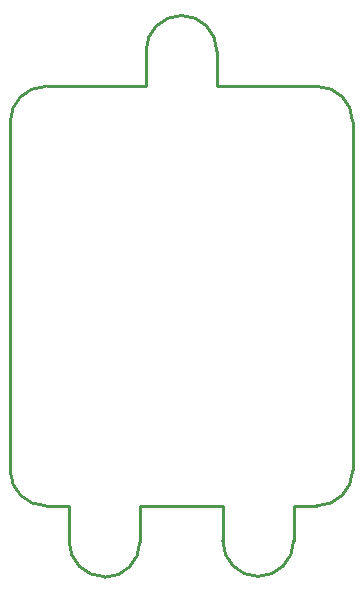
<source format=gko>
G04 Layer: BoardOutline*
G04 EasyEDA v6.2.46, 2019-11-22T14:34:10+02:00*
G04 5335dd83e34847d8b21879a5d4bfddff,7760fd71129a401ca35dedc6c0295012,10*
G04 Gerber Generator version 0.2*
G04 Scale: 100 percent, Rotated: No, Reflected: No *
G04 Dimensions in millimeters *
G04 leading zeros omitted , absolute positions ,3 integer and 3 decimal *
%FSLAX33Y33*%
%MOMM*%
G90*
G71D02*

%ADD10C,0.254000*%
G54D10*
G75*
G01X26000Y41570D02*
G02X29000Y38570I0J-3000D01*
G01*
G01X28999Y9069D02*
G01X28999Y38569D01*
G75*
G01X29000Y9070D02*
G02X26000Y6070I-3000J0D01*
G01*
G01X23999Y6069D02*
G01X25999Y6069D01*
G75*
G01X3000Y6070D02*
G02X0Y9070I0J3000D01*
G01*
G01X1Y38569D02*
G01X1Y9069D01*
G75*
G01X0Y38570D02*
G02X3000Y41570I3000J0D01*
G01*
G01X25999Y41569D02*
G01X17499Y41569D01*
G01X11499Y41569D02*
G01X3125Y41569D01*
G01X11499Y44569D02*
G01X11499Y41569D01*
G01X17499Y41569D02*
G01X17499Y44569D01*
G75*
G01X14500Y47570D02*
G02X17500Y44570I0J-3000D01*
G01*
G75*
G01X11500Y44570D02*
G02X14500Y47570I3000J0D01*
G01*
G01X10987Y2999D02*
G01X10987Y5999D01*
G01X4988Y6060D02*
G01X4988Y3060D01*
G75*
G01X7988Y54D02*
G02X4988Y3054I0J3000D01*
G01*
G75*
G01X10988Y3000D02*
G02X7988Y0I-3000J0D01*
G01*
G01X24000Y3084D02*
G01X24000Y6084D01*
G01X18000Y6084D02*
G01X18000Y3084D01*
G75*
G01X21000Y85D02*
G02X18000Y3085I0J3000D01*
G01*
G75*
G01X24000Y3085D02*
G02X21000Y85I-3000J0D01*
G01*
G01X3053Y6073D02*
G01X4999Y6069D01*
G01X10999Y6069D02*
G01X17999Y6069D01*

%LPD*%
M00*
M02*

</source>
